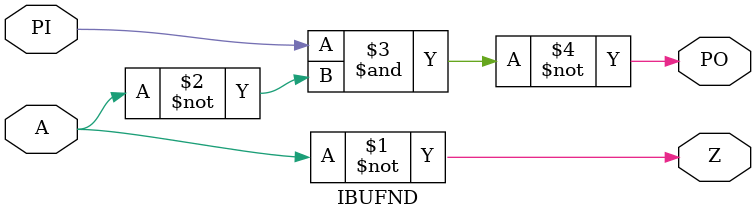
<source format=sv>
module IBUFND
(
    input A,
    input PI,
    output Z,
    output PO
);

assign Z = ~A;
assign PO = ~(PI & ~A); 

endmodule
</source>
